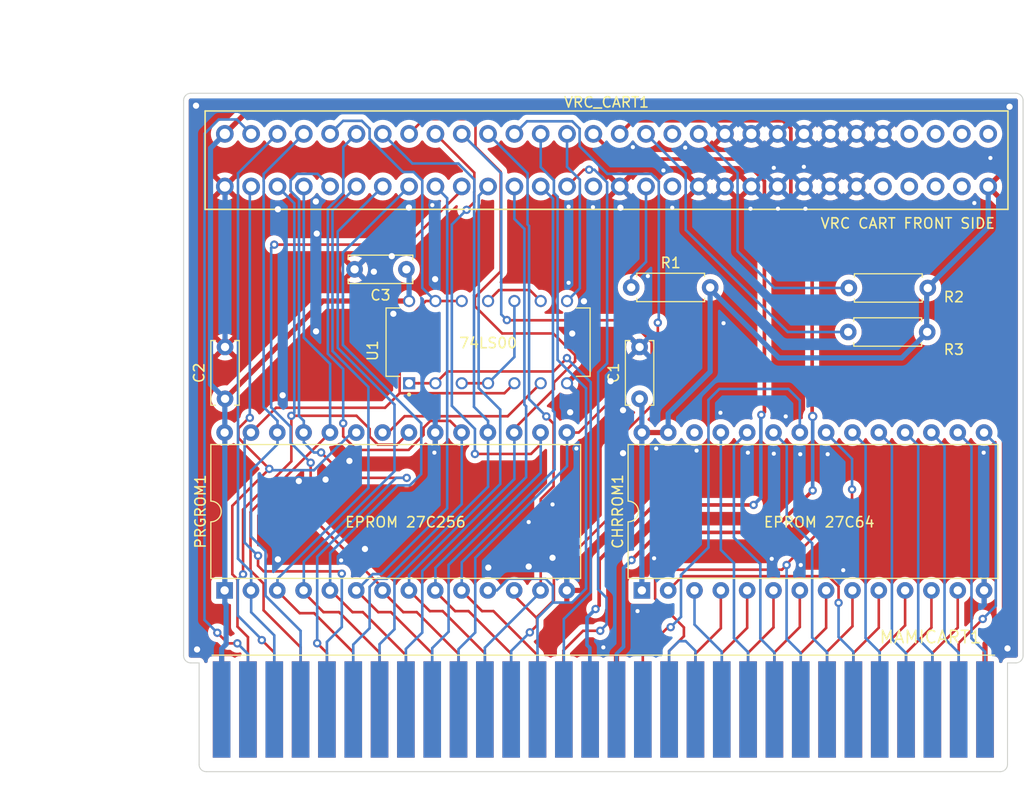
<source format=kicad_pcb>
(kicad_pcb (version 20221018) (generator pcbnew)
  (layers (0 "F.Cu" signal) (31 "B.Cu" signal) (34 "B.Paste" user) (35 "F.Paste" user) (36 "B.SilkS" user "B.Silkscreen") (37 "F.SilkS" user "F.Silkscreen") (38 "B.Mask" user) (39 "F.Mask" user) (44 "Edge.Cuts" user))
  (net 0 "")
  (net 1 "VCC")
  (net 2 "GND")
  (net 3 "PPU A12")
  (net 4 "PPU A07")
  (net 5 "PPU A06")
  (net 6 "PPU A05")
  (net 7 "PPU A04")
  (net 8 "PPU A03")
  (net 9 "PPU A02")
  (net 10 "PPU A01")
  (net 11 "PPU A00")
  (net 12 "PPU D0")
  (net 13 "PPU D1")
  (net 14 "PPU D2")
  (net 15 "PPU D3")
  (net 16 "PPU D4")
  (net 17 "PPU D5")
  (net 18 "PPU D6")
  (net 19 "PPU D7")
  (net 20 "PPU ~{A13}")
  (net 21 "PA10")
  (net 22 "PPU ~{RD}")
  (net 23 "PPU A11")
  (net 24 "PPU A09")
  (net 25 "PPU A08")
  (net 27 "CPU R{slash}~{W}")
  (net 28 "~{IRQ}")
  (net 29 "Net-(VRC_CART1-Pin_49)")
  (net 30 "CPU A11")
  (net 31 "CPU A10")
  (net 32 "CPU A09")
  (net 33 "CPU A08")
  (net 34 "CPU A07")
  (net 35 "CPU A06")
  (net 36 "CPU A05")
  (net 37 "CPU A04")
  (net 38 "CPU A03")
  (net 39 "CPU A02")
  (net 40 "CPU A01")
  (net 41 "CPU A00")
  (net 42 "CPU A12")
  (net 43 "CPU A13")
  (net 44 "CPU A14")
  (net 45 "CPU D7")
  (net 46 "CPU D6")
  (net 47 "CPU D5")
  (net 48 "CPU D4")
  (net 49 "CPU D3")
  (net 50 "CPU D2")
  (net 51 "CPU D1")
  (net 52 "CPU D0")
  (net 53 "SOUND IN")
  (net 54 "SOUND OUT")
  (net 55 "PPU ~{WR}")
  (net 56 "~{IN_ROMSEL}")
  (net 57 "Net-(VRC_CART1-Pin_17)")
  (net 64 "PPU A13")
  (net 65 "Net-(VRC_CART1-Pin_47)")
  (net 71 "~{OUT_ROMSEL}")
  (net 72 "Net-(U1-Pad10)")
  (net 73 "Net-(U1-Pad11)")
  (net 74 "CLK")
  (net 75 "~{ROMSEL}(~{A15}+~{CLK})")
  (footprint "Package_DIP:DIP-28_W15.24mm" (layer "F.Cu") (at 152.12 120.2898 90)
    (fp_text reference "CHRROM1")
    (fp_text value "2764")
  )
  (footprint "Library:NES-CART-CONN_2" (layer "F.Cu") (at 148.71 78.7498)
    (fp_text reference "VRC_CART1")
    (fp_text value "Conn_02x30_Top_Bottom")
  )
  (footprint "Resistor_THT:R_Axial_DIN0207_L6.3mm_D2.5mm_P7.62mm_Horizontal" (layer "F.Cu") (at 179.65 95.3398 180)
    (fp_text reference "R3")
    (fp_text value "10k")
  )
  (footprint "SN74LS00NE4:DIP794W45P254L1969H508Q14" (layer "F.Cu") (at 137.28 96.3198 90)
    (fp_text reference "U1")
    (fp_text value "74LS00")
  )
  (footprint "Capacitor_THT:C_Disc_D6.0mm_W2.5mm_P5.00mm" (layer "F.Cu") (at 151.9 101.7898 90)
    (fp_text reference "C1")
    (fp_text value "0.1u")
  )
  (footprint "Resistor_THT:R_Axial_DIN0207_L6.3mm_D2.5mm_P7.62mm_Horizontal" (layer "F.Cu") (at 179.71 91.0898 180)
    (fp_text reference "R2")
    (fp_text value "10k")
  )
  (footprint "Capacitor_THT:C_Disc_D6.0mm_W2.5mm_P5.00mm" (layer "F.Cu") (at 111.9 101.7898 90)
    (fp_text reference "C2")
    (fp_text value "0.1u")
  )
  (footprint "Package_DIP:DIP-28_W15.24mm" (layer "F.Cu") (at 111.86 120.2898 90)
    (fp_text reference "PRGROM1")
    (fp_text value "27256")
  )
  (footprint "Library:FC_cardedge_60p" (layer "F.Cu") (at 148.4 131.7898)
    (fp_text reference "MAMICART1")
    (fp_text value "Conn_02x30_Top_Bottom")
  )
  (footprint "Resistor_THT:R_Axial_DIN0207_L6.3mm_D2.5mm_P7.62mm_Horizontal" (layer "F.Cu") (at 151.09 91.0398)
    (fp_text reference "R1")
    (fp_text value "10k")
  )
  (footprint "Capacitor_THT:C_Disc_D6.0mm_W2.5mm_P5.00mm" (layer "F.Cu") (at 129.4 89.2898 180)
    (fp_text reference "C3")
    (fp_text value "0.1u")
  )
  (gr_arc (start 188.9 126.582694) (mid 188.695 127.0848) (end 188.192894 127.2898) (stroke (width 0.1)) (layer "Edge.Cuts"))
  (gr_arc (start 107.9 72.996906) (mid 108.105 72.4948) (end 108.607106 72.2898) (stroke (width 0.1)) (layer "Edge.Cuts"))
  (gr_line (start 108.607106 127.2898) (end 109.4 127.2898) (stroke (width 0.1)) (layer "Edge.Cuts"))
  (gr_arc (start 110.107106 137.7898) (mid 109.597163 137.592637) (end 109.4 137.082694) (stroke (width 0.1)) (layer "Edge.Cuts"))
  (gr_line (start 110.107106 137.7898) (end 186.692894 137.7898) (stroke (width 0.1)) (layer "Edge.Cuts"))
  (gr_line (start 107.9 72.996906) (end 107.9 126.582694) (stroke (width 0.1)) (layer "Edge.Cuts"))
  (gr_arc (start 187.4 137.082694) (mid 187.195 137.5848) (end 186.692894 137.7898) (stroke (width 0.1)) (layer "Edge.Cuts"))
  (gr_arc (start 108.607106 127.2898) (mid 108.105 127.0848) (end 107.9 126.582694) (stroke (width 0.1)) (layer "Edge.Cuts"))
  (gr_arc (start 188.192894 72.2898) (mid 188.695 72.4948) (end 188.9 72.996906) (stroke (width 0.1)) (layer "Edge.Cuts"))
  (gr_line (start 109.4 127.2898) (end 109.4 137.082694) (stroke (width 0.1)) (layer "Edge.Cuts"))
  (gr_line (start 187.4 127.2898) (end 188.192894 127.2898) (stroke (width 0.1)) (layer "Edge.Cuts"))
  (gr_line (start 188.192894 72.2898) (end 108.607106 72.2898) (stroke (width 0.1)) (layer "Edge.Cuts"))
  (gr_line (start 188.9 126.582694) (end 188.9 72.996906) (stroke (width 0.1)) (layer "Edge.Cuts"))
  (gr_line (start 187.4 137.082694) (end 187.4 127.2898) (stroke (width 0.1)) (layer "Edge.Cuts"))
  (gr_text "EPROM 27C256" (at 123.4 114.2898) (layer "F.SilkS") (effects (font (size 1 1)) (justify left bottom)))
  (gr_text "74LS00" (at 134.4 96.9898) (layer "F.SilkS") (effects (font (size 1 1)) (justify left bottom)))
  (gr_text "EPROM 27C64" (at 163.8 114.2898) (layer "F.SilkS") (effects (font (size 1 1)) (justify left bottom)))
  (gr_text "VRC CART FRONT SIDE" (at 169.275 85.4398) (layer "F.SilkS") (effects (font (size 1 1)) (justify left bottom)))
  (segment (start 185.23 131.7898) (end 185.23 125.4498) (width 0.5) (layer "F.Cu") (net 1))
  (segment (start 129.66 92.3498) (end 121.34 92.3498) (width 0.5) (layer "F.Cu") (net 1))
  (segment (start 187.1 123.5798) (end 187.1 82.8498) (width 0.5) (layer "F.Cu") (net 1))
  (segment (start 121.34 92.3498) (end 111.9 101.7898) (width 0.5) (layer "F.Cu") (net 1))
  (segment (start 154.66 105.0498) (end 152.12 105.0498) (width 0.5) (layer "F.Cu") (net 1))
  (segment (start 185.54 81.2898) (end 187.2 79.6298) (width 0.5) (layer "F.Cu") (net 1))
  (segment (start 114.1 73.9898) (end 111.88 76.2098) (width 0.5) (layer "F.Cu") (net 1))
  (segment (start 187.2 79.6298) (end 187.2 75.4898) (width 0.5) (layer "F.Cu") (net 1))
  (segment (start 187.2 75.4898) (end 185.7 73.9898) (width 0.5) (layer "F.Cu") (net 1))
  (segment (start 185.23 125.4498) (end 187.1 123.5798) (width 0.5) (layer "F.Cu") (net 1))
  (segment (start 187.1 82.8498) (end 185.54 81.2898) (width 0.5) (layer "F.Cu") (net 1))
  (segment (start 185.7 73.9898) (end 114.1 73.9898) (width 0.5) (layer "F.Cu") (net 1))
  (segment (start 111.57 125.9198) (end 112.005 125.4848) (width 0.5) (layer "B.Cu") (net 1))
  (segment (start 154.66 103.2298) (end 154.66 105.0498) (width 0.5) (layer "B.Cu") (net 1))
  (segment (start 158.71 91.1998) (end 158.71 99.1798) (width 0.5) (layer "B.Cu") (net 1))
  (segment (start 151.9 101.7898) (end 152.12 102.0098) (width 0.5) (layer "B.Cu") (net 1))
  (segment (start 111.9 101.7898) (end 110.4998 100.3896) (width 0.5) (layer "B.Cu") (net 1))
  (segment (start 179.6 95.4398) (end 177.2 97.8398) (width 0.5) (layer "B.Cu") (net 1))
  (segment (start 152.12 102.0098) (end 152.12 105.0498) (width 0.5) (layer "B.Cu") (net 1))
  (segment (start 111.88 101.8098) (end 111.9 101.7898) (width 0.5) (layer "B.Cu") (net 1))
  (segment (start 152.12 120.2898) (end 152.12 105.0498) (width 0.5) (layer "B.Cu") (net 1))
  (segment (start 129.66 89.5498) (end 129.66 92.3498) (width 0.5) (layer "B.Cu") (net 1))
  (segment (start 165.35 97.8398) (end 158.71 91.1998) (width 0.5) (layer "B.Cu") (net 1))
  (segment (start 111.88 121.5399) (end 111.88 101.8098) (width 0.5) (layer "B.Cu") (net 1))
  (segment (start 112.005 121.6649) (end 111.88 121.5399) (width 0.5) (layer "B.Cu") (net 1))
  (segment (start 110.4998 77.59) (end 111.88 76.2098) (width 0.5) (layer "B.Cu") (net 1))
  (segment (start 112.005 125.4848) (end 112.005 121.6649) (width 0.5) (layer "B.Cu") (net 1))
  (segment (start 185.54 85.1998) (end 179.6 91.1398) (width 0.5) (layer "B.Cu") (net 1))
  (segment (start 111.57 131.7898) (end 111.57 125.9198) (width 0.5) (layer "B.Cu") (net 1))
  (segment (start 177.2 97.8398) (end 165.35 97.8398) (width 0.5) (layer "B.Cu") (net 1))
  (segment (start 185.54 81.2898) (end 185.54 85.1998) (width 0.5) (layer "B.Cu") (net 1))
  (segment (start 110.4998 100.3896) (end 110.4998 77.59) (width 0.5) (layer "B.Cu") (net 1))
  (segment (start 179.6 91.1398) (end 179.6 95.4398) (width 0.5) (layer "B.Cu") (net 1))
  (segment (start 158.71 99.1798) (end 154.66 103.2298) (width 0.5) (layer "B.Cu") (net 1))
  (segment (start 129.4 89.2898) (end 129.66 89.5498) (width 0.5) (layer "B.Cu") (net 1))
  (via (at 145.05 90.5898) (size 0.8) (drill 0.4) (layers "F.Cu" "B.Cu") (net 2))
  (via (at 145.8 106.5898) (size 0.8) (drill 0.4) (layers "F.Cu" "B.Cu") (net 2))
  (via (at 132.17 90.2398) (size 1) (drill 0.6) (layers "F.Cu" "B.Cu") (net 2))
  (via (at 167.45 117.8398) (size 0.8) (drill 0.4) (layers "F.Cu" "B.Cu") (net 2))
  (via (at 145.05 83.2398) (size 0.8) (drill 0.4) (layers "F.Cu" "B.Cu") (net 2))
  (via (at 126.26 89.5198) (size 1) (drill 0.6) (layers "F.Cu" "B.Cu") (net 2))
  (via (at 184.2 82.8898) (size 0.8) (drill 0.4) (layers "F.Cu" "B.Cu") (net 2))
  (via (at 165.25 83.4398) (size 0.8) (drill 0.4) (layers "F.Cu" "B.Cu") (net 2))
  (via (at 166 103.4898) (size 0.8) (drill 0.4) (layers "F.Cu" "B.Cu") (net 2))
  (via (at 162.35 106.9898) (size 0.8) (drill 0.4) (layers "F.Cu" "B.Cu") (net 2))
  (via (at 125.4 116.2898) (size 1) (drill 0.6) (layers "F.Cu" "B.Cu") (net 2))
  (via (at 141.2 117.9898) (size 1) (drill 0.6) (layers "F.Cu" "B.Cu") (net 2))
  (via (at 123.9 107.7898) (size 1) (drill 0.6) (layers "F.Cu" "B.Cu") (net 2))
  (via (at 117 83.4898) (size 1) (drill 0.6) (layers "F.Cu" "B.Cu") (net 2))
  (via (at 151.7 122.2898) (size 0.8) (drill 0.4) (layers "F.Cu" "B.Cu") (net 2))
  (via (at 164.85 79.4898) (size 0.8) (drill 0.4) (layers "F.Cu" "B.Cu") (net 2))
  (via (at 109.1 73.4898) (size 1) (drill 0.6) (layers "F.Cu" "B.Cu") (net 2))
  (via (at 159.7 103.1398) (size 0.8) (drill 0.4) (layers "F.Cu" "B.Cu") (net 2))
  (via (at 149.1 100.0898) (size 1) (drill 0.6) (layers "F.Cu" "B.Cu") (net 2))
  (via (at 132.1 106.9898) (size 0.8) (drill 0.4) (layers "F.Cu" "B.Cu") (net 2))
  (via (at 120.68 95.2798) (size 1) (drill 0.6) (layers "F.Cu" "B.Cu") (net 2))
  (via (at 155.05 83.3398) (size 0.8) (drill 0.4) (layers "F.Cu" "B.Cu") (net 2))
  (via (at 120.75 85.8398) (size 1) (drill 0.6) (layers "F.Cu" "B.Cu") (net 2))
  (via (at 127.99 88.0198) (size 1) (drill 0.6) (layers "F.Cu" "B.Cu") (net 2))
  (via (at 121.6 109.5898) (size 1) (drill 0.6) (layers "F.Cu" "B.Cu") (net 2))
  (via (at 171.55 118.3398) (size 0.8) (drill 0.4) (layers "F.Cu" "B.Cu") (net 2))
  (via (at 129.64 83.3298) (size 1) (drill 0.6) (layers "F.Cu" "B.Cu") (net 2))
  (via (at 154.2 79.7398) (size 0.8) (drill 0.4) (layers "F.Cu" "B.Cu") (net 2))
  (via (at 167.4 107.1398) (size 0.8) (drill 0.4) (layers "F.Cu" "B.Cu") (net 2))
  (via (at 119.02 109.7298) (size 1) (drill 0.6) (layers "F.Cu" "B.Cu") (net 2))
  (via (at 170.05 107.1398) (size 0.8) (drill 0.4) (layers "F.Cu" "B.Cu") (net 2))
  (via (at 185.75 78.5398) (size 0.8) (drill 0.4) (layers "F.Cu" "B.Cu") (net 2))
  (via (at 153.5 106.5898) (size 0.8) (drill 0.4) (layers "F.Cu" "B.Cu") (net 2))
  (via (at 109.2 125.9898) (size 1) (drill 0.6) (layers "F.Cu" "B.Cu") (net 2))
  (via (at 164.85 107.0898) (size 0.8) (drill 0.4) (layers "F.Cu" "B.Cu") (net 2))
  (via (at 164.65 117.2398) (size 0.8) (drill 0.4) (layers "F.Cu" "B.Cu") (net 2))
  (via (at 147.4 83.2898) (size 0.8) (drill 0.4) (layers "F.Cu" "B.Cu") (net 2))
  (via (at 187.4 125.8898) (size 1) (drill 0.6) (layers "F.Cu" "B.Cu") (net 2))
  (via (at 148.4 125.7898) (size 0.8) (drill 0.4) (layers "F.Cu" "B.Cu") (net 2))
  (via (at 141.2 113.6898) (size 0.8) (drill 0.4) (layers "F.Cu" "B.Cu") (net 2))
  (via (at 156.3 77.5398) (size 0.8) (drill 0.4) (layers "F.Cu" "B.Cu") (net 2))
  (via (at 123.1 117.3898) (size 0.8) (drill 0.4) (layers "F.Cu" "B.Cu") (net 2))
  (via (at 150.05 83.3398) (size 1) (drill 0.6) (layers "F.Cu" "B.Cu") (net 2))
  (via (at 146.53 92.3698) (size 1) (drill 0.6) (layers "F.Cu" "B.Cu") (net 2))
  (via (at 150.3 102.8898) (size 1) (drill 0.6) (layers "F.Cu" "B.Cu") (net 2))
  (via (at 137.3 118.0898) (size 1) (drill 0.6) (layers "F.Cu" "B.Cu") (net 2))
  (via (at 128.14 93.5798) (size 1) (drill 0.6) (layers "F.Cu" "B.Cu") (net 2))
  (via (at 151.25 77.4898) (size 0.8) (drill 0.4) (layers "F.Cu" "B.Cu") (net 2))
  (via (at 145.4 95.4898) (size 1) (drill 0.6) (layers "F.Cu" "B.Cu") (net 2))
  (via (at 162.6 83.4398) (size 0.8) (drill 0.4) (layers "F.Cu" "B.Cu") (net 2))
  (via (at 185.1 106.9898) (size 0.8) (drill 0.4) (layers "F.Cu" "B.Cu") (net 2))
  (via (at 117.46 101.4498) (size 1) (drill 0.6) (layers "F.Cu" "B.Cu") (net 2))
  (via (at 143.5 111.9898) (size 0.8) (drill 0.4) (layers "F.Cu" "B.Cu") (net 2))
  (via (at 143.5 117.1398) (size 1) (drill 0.6) (layers "F.Cu" "B.Cu") (net 2))
  (via (at 131.9 83.0898) (size 0.8) (drill 0.4) (layers "F.Cu" "B.Cu") (net 2))
  (via (at 187.6 73.5898) (size 1) (drill 0.6) (layers "F.Cu" "B.Cu") (net 2))
  (via (at 167.9 83.4398) (size 0.8) (drill 0.4) (layers "F.Cu" "B.Cu") (net 2))
  (via (at 157.4 106.7898) (size 0.8) (drill 0.4) (layers "F.Cu" "B.Cu") (net 2))
  (via (at 160 94.4898) (size 0.8) (drill 0.4) (layers "F.Cu" "B.Cu") (net 2))
  (via (at 117 117.2898) (size 1) (drill 0.6) (layers "F.Cu" "B.Cu") (net 2))
  (via (at 145.2 103.0898) (size 1) (drill 0.6) (layers "F.Cu" "B.Cu") (net 2))
  (via (at 152.7 89.9398) (size 0.8) (drill 0.4) (layers "F.Cu" "B.Cu") (net 2))
  (via (at 120.66 82.7398) (size 1) (drill 0.6) (layers "F.Cu" "B.Cu") (net 2))
  (via (at 153.3 117.1898) (size 0.8) (drill 0.4) (layers "F.Cu" "B.Cu") (net 2))
  (via (at 150.3 107.0398) (size 1) (drill 0.6) (layers "F.Cu" "B.Cu") (net 2))
  (via (at 167.75 79.3898) (size 0.8) (drill 0.4) (layers "F.Cu" "B.Cu") (net 2))
  (segment (start 111.9 96.7898) (end 111.9 81.3098) (width 0.5) (layer "B.Cu") (net 2))
  (segment (start 111.9 81.3098) (end 111.88 81.2898) (width 0.5) (layer "B.Cu") (net 2))
  (segment (start 170.120991 118.9198) (end 156.03 118.9198) (width 0.25) (layer "F.Cu") (net 3))
  (segment (start 156.03 118.9198) (end 154.66 120.2898) (width 0.25) (layer "F.Cu") (net 3))
  (segment (start 171.1 119.898809) (end 170.120991 118.9198) (width 0.25) (layer "F.Cu") (net 3))
  (segment (start 171.1 121.4898) (end 171.1 119.898809) (width 0.25) (layer "F.Cu") (net 3))
  (via (at 171.1 121.4898) (size 0.8) (drill 0.4) (layers "F.Cu" "B.Cu") (net 3))
  (segment (start 171.1 124.7898) (end 172.53 126.2198) (width 0.25) (layer "B.Cu") (net 3))
  (segment (start 171.1 121.4898) (end 171.1 124.7898) (width 0.25) (layer "B.Cu") (net 3))
  (segment (start 172.53 126.2198) (end 172.53 131.7898) (width 0.25) (layer "B.Cu") (net 3))
  (segment (start 157.2 123.5898) (end 159.83 126.2198) (width 0.25) (layer "B.Cu") (net 4))
  (segment (start 157.2 120.2898) (end 157.2 123.5898) (width 0.25) (layer "B.Cu") (net 4))
  (segment (start 159.83 126.2198) (end 159.83 131.7898) (width 0.25) (layer "B.Cu") (net 4))
  (segment (start 159.74 123.9498) (end 157.29 126.3998) (width 0.25) (layer "F.Cu") (net 5))
  (segment (start 159.74 120.2898) (end 159.74 123.9498) (width 0.25) (layer "F.Cu") (net 5))
  (segment (start 157.29 126.3998) (end 157.29 131.7898) (width 0.25) (layer "F.Cu") (net 5))
  (segment (start 162.28 123.9098) (end 159.83 126.3598) (width 0.25) (layer "F.Cu") (net 6))
  (segment (start 162.28 120.2898) (end 162.28 123.9098) (width 0.25) (layer "F.Cu") (net 6))
  (segment (start 159.83 126.3598) (end 159.83 131.7898) (width 0.25) (layer "F.Cu") (net 6))
  (segment (start 162.37 126.3198) (end 162.37 131.7898) (width 0.25) (layer "F.Cu") (net 7))
  (segment (start 164.82 120.2898) (end 164.82 123.8698) (width 0.25) (layer "F.Cu") (net 7))
  (segment (start 164.82 123.8698) (end 162.37 126.3198) (width 0.25) (layer "F.Cu") (net 7))
  (segment (start 167.36 123.8298) (end 164.91 126.2798) (width 0.25) (layer "F.Cu") (net 8))
  (segment (start 164.91 126.2798) (end 164.91 131.7898) (width 0.25) (layer "F.Cu") (net 8))
  (segment (start 167.36 120.2898) (end 167.36 123.8298) (width 0.25) (layer "F.Cu") (net 8))
  (segment (start 169.9 123.9148) (end 169.9 120.2898) (width 0.25) (layer "F.Cu") (net 9))
  (segment (start 167.45 131.7898) (end 167.45 126.3648) (width 0.25) (layer "F.Cu") (net 9))
  (segment (start 167.45 126.3648) (end 169.9 123.9148) (width 0.25) (layer "F.Cu") (net 9))
  (segment (start 172.44 120.2898) (end 172.44 123.7498) (width 0.25) (layer "F.Cu") (net 10))
  (segment (start 169.99 126.1998) (end 169.99 131.7898) (width 0.25) (layer "F.Cu") (net 10))
  (segment (start 172.44 123.7498) (end 169.99 126.1998) (width 0.25) (layer "F.Cu") (net 10))
  (segment (start 172.53 126.3473) (end 172.53 131.7898) (width 0.25) (layer "F.Cu") (net 11))
  (segment (start 174.98 123.8973) (end 172.53 126.3473) (width 0.25) (layer "F.Cu") (net 11))
  (segment (start 174.98 120.2898) (end 174.98 123.8973) (width 0.25) (layer "F.Cu") (net 11))
  (segment (start 175.07 126.1198) (end 175.07 131.7898) (width 0.25) (layer "F.Cu") (net 12))
  (segment (start 177.52 123.6698) (end 175.07 126.1198) (width 0.25) (layer "F.Cu") (net 12))
  (segment (start 177.52 120.2898) (end 177.52 123.6698) (width 0.25) (layer "F.Cu") (net 12))
  (segment (start 180.06 123.8798) (end 177.61 126.3298) (width 0.25) (layer "F.Cu") (net 13))
  (segment (start 177.61 126.3298) (end 177.61 131.7898) (width 0.25) (layer "F.Cu") (net 13))
  (segment (start 180.06 120.2898) (end 180.06 123.8798) (width 0.25) (layer "F.Cu") (net 13))
  (segment (start 182.6 120.2898) (end 182.6 123.8898) (width 0.25) (layer "F.Cu") (net 14))
  (segment (start 180.15 126.3398) (end 180.15 131.7898) (width 0.25) (layer "F.Cu") (net 14))
  (segment (start 182.6 123.8898) (end 180.15 126.3398) (width 0.25) (layer "F.Cu") (net 14))
  (segment (start 185.01 123.0498) (end 182.69 125.3698) (width 0.25) (layer "F.Cu") (net 15))
  (segment (start 182.69 125.3698) (end 182.69 131.7898) (width 0.25) (layer "F.Cu") (net 15))
  (via (at 185.01 123.0498) (size 0.8) (drill 0.4) (layers "F.Cu" "B.Cu") (net 15))
  (segment (start 186.2714 121.7884) (end 186.2714 106.1812) (width 0.25) (layer "B.Cu") (net 15))
  (segment (start 186.2714 106.1812) (end 185.14 105.0498) (width 0.25) (layer "B.Cu") (net 15))
  (segment (start 185.01 123.0498) (end 186.2714 121.7884) (width 0.25) (layer "B.Cu") (net 15))
  (segment (start 185.23 126.2198) (end 185.23 131.7898) (width 0.25) (layer "B.Cu") (net 16))
  (segment (start 183.9244 124.9142) (end 185.23 126.2198) (width 0.25) (layer "B.Cu") (net 16))
  (segment (start 183.9244 106.3742) (end 183.9244 124.9142) (width 0.25) (layer "B.Cu") (net 16))
  (segment (start 182.6 105.0498) (end 183.9244 106.3742) (width 0.25) (layer "B.Cu") (net 16))
  (segment (start 181.3252 124.93245) (end 182.69 126.29725) (width 0.25) (layer "B.Cu") (net 17))
  (segment (start 182.69 126.29725) (end 182.69 131.7898) (width 0.25) (layer "B.Cu") (net 17))
  (segment (start 180.06 105.0498) (end 180.06 105.0998) (width 0.25) (layer "B.Cu") (net 17))
  (segment (start 180.06 105.0998) (end 181.3252 106.365) (width 0.25) (layer "B.Cu") (net 17))
  (segment (start 181.3252 106.365) (end 181.3252 124.93245) (width 0.25) (layer "B.Cu") (net 17))
  (segment (start 178.7852 124.975) (end 180.15 126.3398) (width 0.25) (layer "B.Cu") (net 18))
  (segment (start 178.7852 106.295) (end 178.7852 124.975) (width 0.25) (layer "B.Cu") (net 18))
  (segment (start 180.15 126.3398) (end 180.15 131.7898) (width 0.25) (layer "B.Cu") (net 18))
  (segment (start 177.54 105.0498) (end 178.7852 106.295) (width 0.25) (layer "B.Cu") (net 18))
  (segment (start 177.52 105.0498) (end 177.54 105.0498) (width 0.25) (layer "B.Cu") (net 18))
  (segment (start 176.2452 124.99245) (end 177.61 126.35725) (width 0.25) (layer "B.Cu") (net 19))
  (segment (start 177.61 126.35725) (end 177.61 131.7898) (width 0.25) (layer "B.Cu") (net 19))
  (segment (start 174.98 105.0498) (end 176.2452 106.315) (width 0.25) (layer "B.Cu") (net 19))
  (segment (start 176.2452 106.315) (end 176.2452 124.99245) (width 0.25) (layer "B.Cu") (net 19))
  (segment (start 155.7 125.1898) (end 156.35 125.1898) (width 0.25) (layer "B.Cu") (net 20))
  (segment (start 154.75 131.7898) (end 154.75 126.1398) (width 0.25) (layer "B.Cu") (net 20))
  (segment (start 154.75 126.1398) (end 155.7 125.1898) (width 0.25) (layer "B.Cu") (net 20))
  (segment (start 157.29 126.1298) (end 157.29 131.7898) (width 0.25) (layer "B.Cu") (net 20))
  (segment (start 156.35 125.1898) (end 157.29 126.1298) (width 0.25) (layer "B.Cu") (net 20))
  (segment (start 156.175 123.8648) (end 156.175 124.7148) (width 0.25) (layer "F.Cu") (net 21))
  (segment (start 153.4 121.0898) (end 156.175 123.8648) (width 0.25) (layer "F.Cu") (net 21))
  (segment (start 166.0852 117.8398) (end 166.0852 117.7546) (width 0.25) (layer "F.Cu") (net 21))
  (segment (start 154.15 118.2898) (end 153.4 119.0398) (width 0.25) (layer "F.Cu") (net 21))
  (segment (start 166.0852 117.8398) (end 165.6352 118.2898) (width 0.25) (layer "F.Cu") (net 21))
  (segment (start 154.75 126.1398) (end 154.75 131.7898) (width 0.25) (layer "F.Cu") (net 21))
  (segment (start 166.0852 117.7546) (end 172.4 111.4398) (width 0.25) (layer "F.Cu") (net 21))
  (segment (start 156.175 124.7148) (end 154.75 126.1398) (width 0.25) (layer "F.Cu") (net 21))
  (segment (start 165.6352 118.2898) (end 154.15 118.2898) (width 0.25) (layer "F.Cu") (net 21))
  (segment (start 153.4 119.0398) (end 153.4 121.0898) (width 0.25) (layer "F.Cu") (net 21))
  (segment (start 172.4 111.4398) (end 172.4 110.5398) (width 0.25) (layer "F.Cu") (net 21))
  (via (at 166.0852 117.8398) (size 0.8) (drill 0.4) (layers "F.Cu" "B.Cu") (net 21))
  (via (at 172.4 110.5398) (size 0.8) (drill 0.4) (layers "F.Cu" "B.Cu") (net 21))
  (segment (start 167.45 126.3398) (end 167.45 131.7898) (width 0.25) (layer "B.Cu") (net 21))
  (segment (start 169.9 105.0898) (end 169.9 105.0498) (width 0.25) (layer "B.Cu") (net 21))
  (segment (start 166.0852 117.8398) (end 166.0852 124.975) (width 0.25) (layer "B.Cu") (net 21))
  (segment (start 172.4 110.5398) (end 172.4 107.5898) (width 0.25) (layer "B.Cu") (net 21))
  (segment (start 166.0852 124.975) (end 167.45 126.3398) (width 0.25) (layer "B.Cu") (net 21))
  (segment (start 172.4 107.5898) (end 169.9 105.0898) (width 0.25) (layer "B.Cu") (net 21))
  (segment (start 152.21 126.2798) (end 152.21 131.7898) (width 0.25) (layer "F.Cu") (net 22))
  (segment (start 154.9 123.8398) (end 154.65 123.8398) (width 0.25) (layer "F.Cu") (net 22))
  (segment (start 154.65 123.8398) (end 152.21 126.2798) (width 0.25) (layer "F.Cu") (net 22))
  (via (at 154.9 123.8398) (size 0.8) (drill 0.4) (layers "F.Cu" "B.Cu") (net 22))
  (segment (start 158.5439 116.1459) (end 158.5439 101.8959) (width 0.25) (layer "B.Cu") (net 22))
  (segment (start 155.8952 122.8446) (end 155.8952 118.7946) (width 0.25) (layer "B.Cu") (net 22))
  (segment (start 167.36 101.9498) (end 167.36 105.0498) (width 0.25) (layer "B.Cu") (net 22))
  (segment (start 159.6 100.8398) (end 166.25 100.8398) (width 0.25) (layer "B.Cu") (net 22))
  (segment (start 158.5439 101.8959) (end 159.6 100.8398) (width 0.25) (layer "B.Cu") (net 22))
  (segment (start 166.25 100.8398) (end 167.36 101.9498) (width 0.25) (layer "B.Cu") (net 22))
  (segment (start 154.9 123.8398) (end 155.8952 122.8446) (width 0.25) (layer "B.Cu") (net 22))
  (segment (start 155.8952 118.7946) (end 158.5439 116.1459) (width 0.25) (layer "B.Cu") (net 22))
  (segment (start 166.1 113.2898) (end 168.55 115.7398) (width 0.25) (layer "B.Cu") (net 23))
  (segment (start 168.55 115.7398) (end 168.55 124.8398) (width 0.25) (layer "B.Cu") (net 23))
  (segment (start 166.1 106.3298) (end 166.1 113.2898) (width 0.25) (layer "B.Cu") (net 23))
  (segment (start 169.99 126.2798) (end 169.99 131.7898) (width 0.25) (layer "B.Cu") (net 23))
  (segment (start 164.82 105.0498) (end 166.1 106.3298) (width 0.25) (layer "B.Cu") (net 23))
  (segment (start 168.55 124.8398) (end 169.99 126.2798) (width 0.25) (layer "B.Cu") (net 23))
  (segment (start 164.91 126.2998) (end 164.91 131.7898) (width 0.25) (layer "B.Cu") (net 24))
  (segment (start 163.55 117.7398) (end 163.55 124.9398) (width 0.25) (layer "B.Cu") (net 24))
  (segment (start 163.55 124.9398) (end 164.91 126.2998) (width 0.25) (layer "B.Cu") (net 24))
  (segment (start 162.28 105.0498) (end 161 106.3298) (width 0.25) (layer "B.Cu") (net 24))
  (segment (start 161 115.1898) (end 163.55 117.7398) (width 0.25) (layer "B.Cu") (net 24))
  (segment (start 161 106.3298) (end 161 115.1898) (width 0.25) (layer "B.Cu") (net 24))
  (segment (start 162.37 126.2598) (end 162.37 131.7898) (width 0.25) (layer "B.Cu") (net 25))
  (segment (start 161.0052 117.645) (end 161.0052 124.895) (width 0.25) (layer "B.Cu") (net 25))
  (segment (start 159.74 105.0498) (end 159.74 116.3798) (width 0.25) (layer "B.Cu") (net 25))
  (segment (start 159.74 116.3798) (end 161.0052 117.645) (width 0.25) (layer "B.Cu") (net 25))
  (segment (start 161.0052 124.895) (end 162.37 126.2598) (width 0.25) (layer "B.Cu") (net 25))
  (segment (start 144.55 131.7498) (end 144.59 131.7898) (width 0.25) (layer "F.Cu") (net 27))
  (segment (start 144.55 126.0898) (end 144.55 131.7498) (width 0.25) (layer "F.Cu") (net 27))
  (segment (start 146.52 79.6698) (end 144.9 81.2898) (width 0.25) (layer "F.Cu") (net 27))
  (segment (start 147.03 79.6698) (end 146.52 79.6698) (width 0.25) (layer "F.Cu") (net 27))
  (segment (start 148.1 124.1898) (end 146.45 124.1898) (width 0.25) (layer "F.Cu") (net 27))
  (segment (start 146.45 124.1898) (end 144.55 126.0898) (width 0.25) (layer "F.Cu") (net 27))
  (via (at 148.1 124.1898) (size 0.8) (drill 0.4) (layers "F.Cu" "B.Cu") (net 27))
  (via (at 147.03 79.6698) (size 0.8) (drill 0.4) (layers "F.Cu" "B.Cu") (net 27))
  (segment (start 148.7095 120.9993) (end 147.9 120.1898) (width 0.25) (layer "B.Cu") (net 27))
  (segment (start 148.1 124.1898) (end 148.7095 123.5803) (width 0.25) (layer "B.Cu") (net 27))
  (segment (start 147.9 99.228527) (end 148.766 98.362527) (width 0.25) (layer "B.Cu") (net 27))
  (segment (start 147.536856 79.6698) (end 147.03 79.6698) (width 0.25) (layer "B.Cu") (net 27))
  (segment (start 148.766 80.898944) (end 147.536856 79.6698) (width 0.25) (layer "B.Cu") (net 27))
  (segment (start 147.9 120.1898) (end 147.9 99.228527) (width 0.25) (layer "B.Cu") (net 27))
  (segment (start 148.7095 123.5803) (end 148.7095 120.9993) (width 0.25) (layer "B.Cu") (net 27))
  (segment (start 148.766 98.362527) (end 148.766 80.898944) (width 0.25) (layer "B.Cu") (net 27))
  (segment (start 164.9 91.0898) (end 172.09 91.0898) (width 0.25) (layer "B.Cu") (net 29))
  (segment (start 157.6 76.2098) (end 161.354 79.9638) (width 0.25) (layer "B.Cu") (net 29))
  (segment (start 161.354 79.9638) (end 161.354 87.5438) (width 0.25) (layer "B.Cu") (net 29))
  (segment (start 161.354 87.5438) (end 164.9 91.0898) (width 0.25) (layer "B.Cu") (net 29))
  (segment (start 114.11 131.7898) (end 114.11 124.7998) (width 0.25) (layer "F.Cu") (net 30))
  (segment (start 114.11 124.7998) (end 113.1 123.7898) (width 0.25) (layer "F.Cu") (net 30))
  (segment (start 116.1696 108.5542) (end 113.2 105.5846) (width 0.25) (layer "F.Cu") (net 30))
  (segment (start 112.6 112.1238) (end 116.1696 108.5542) (width 0.25) (layer "F.Cu") (net 30))
  (segment (start 113.1 119.2261) (end 112.6 118.7261) (width 0.25) (layer "F.Cu") (net 30))
  (segment (start 113.2 104.6407) (end 114.2136 103.6271) (width 0.25) (layer "F.Cu") (net 30))
  (segment (start 113.2 105.5846) (end 113.2 104.6407) (width 0.25) (layer "F.Cu") (net 30))
  (segment (start 114.2136 103.6271) (end 114.2922 103.6271) (width 0.25) (layer "F.Cu") (net 30))
  (segment (start 113.1 123.7898) (end 113.1 119.2261) (width 0.25) (layer "F.Cu") (net 30))
  (segment (start 112.6 118.7261) (end 112.6 112.1238) (width 0.25) (layer "F.Cu") (net 30))
  (via (at 114.2922 103.6271) (size 0.8) (drill 0.4) (layers "F.Cu" "B.Cu") (net 30))
  (via (at 116.1696 108.5542) (size 0.8) (drill 0.4) (layers "F.Cu" "B.Cu") (net 30))
  (segment (start 124.14 105.0498) (end 124.58 105.0498) (width 0.25) (layer "B.Cu") (net 30))
  (segment (start 114.42 81.2898) (end 114.2922 81.4176) (width 0.25) (layer "B.Cu") (net 30))
  (segment (start 122.9 106.2898) (end 124.14 105.0498) (width 0.25) (layer "B.Cu") (net 30))
  (segment (start 114.2922 81.4176) (end 114.2922 103.6271) (width 0.25) (layer "B.Cu") (net 30))
  (segment (start 120.4837 108.6848) (end 122.8787 106.2898) (width 0.25) (layer "B.Cu") (net 30))
  (segment (start 116.1696 108.5542) (end 116.3002 108.6848) (width 0.25) (layer "B.Cu") (net 30))
  (segment (start 122.8787 106.2898) (end 122.9 106.2898) (width 0.25) (layer "B.Cu") (net 30))
  (segment (start 116.3002 108.6848) (end 120.4837 108.6848) (width 0.25) (layer "B.Cu") (net 30))
  (segment (start 124.582 103.4282) (end 118.2986 103.4282) (width 0.25) (layer "F.Cu") (net 31))
  (segment (start 128.4959 106.2139) (end 126.6365 106.2139) (width 0.25) (layer "F.Cu") (net 31))
  (segment (start 118.2986 107.8241) (end 118.2986 103.4282) (width 0.25) (layer "F.Cu") (net 31))
  (segment (start 113.636916 118.736714) (end 113.6379 118.73573) (width 0.25) (layer "F.Cu") (net 31))
  (segment (start 115.45 125.0898) (end 116.65 126.2898) (width 0.25) (layer "F.Cu") (net 31))
  (segment (start 125.85 104.6962) (end 124.582 103.4282) (width 0.25) (layer "F.Cu") (net 31))
  (segment (start 126.6365 106.2139) (end 125.85 105.4274) (width 0.25) (layer "F.Cu") (net 31))
  (segment (start 113.6379 118.73573) (end 113.6379 112.4848) (width 0.25) (layer "F.Cu") (net 31))
  (segment (start 129.66 105.0498) (end 128.4959 106.2139) (width 0.25) (layer "F.Cu") (net 31))
  (segment (start 113.6379 112.4848) (end 118.2986 107.8241) (width 0.25) (layer "F.Cu") (net 31))
  (segment (start 116.65 126.2898) (end 116.65 131.7898) (width 0.25) (layer "F.Cu") (net 31))
  (segment (start 125.85 105.4274) (end 125.85 104.6962) (width 0.25) (layer "F.Cu") (net 31))
  (via (at 115.45 125.0898) (size 0.8) (drill 0.4) (layers "F.Cu" "B.Cu") (net 31))
  (via (at 118.2986 103.4282) (size 0.8) (drill 0.4) (layers "F.Cu" "B.Cu") (net 31))
  (via (at 113.636916 118.736714) (size 0.8) (drill 0.4) (layers "F.Cu" "B.Cu") (net 31))
  (segment (start 118.5838 103.143) (end 118.5838 82.9136) (width 0.25) (layer "B.Cu") (net 31))
  (segment (start 115.45 125.0398) (end 113.13 122.7198) (width 0.25) (layer "B.Cu") (net 31))
  (segment (start 113.13 122.7198) (end 113.13 119.24363) (width 0.25) (layer "B.Cu") (net 31))
  (segment (start 113.13 119.24363) (end 113.636916 118.736714) (width 0.25) (layer "B.Cu") (net 31))
  (segment (start 115.45 125.0898) (end 115.45 125.0398) (width 0.25) (layer "B.Cu") (net 31))
  (segment (start 118.5838 82.9136) (end 116.96 81.2898) (width 0.25) (layer "B.Cu") (net 31))
  (segment (start 118.2986 103.4282) (end 118.5838 103.143) (width 0.25) (layer "B.Cu") (net 31))
  (segment (start 119.19 125.7798) (end 115.62 122.2098) (width 0.25) (layer "F.Cu") (net 32))
  (segment (start 114.36 118.3698) (end 114.36 112.7298) (width 0.25) (layer "F.Cu") (net 32))
  (segment (start 115.62 119.6298) (end 114.36 118.3698) (width 0.25) (layer "F.Cu") (net 32))
  (segment (start 114.36 112.7298) (end 122.04 105.0498) (width 0.25) (layer "F.Cu") (net 32))
  (segment (start 119.19 131.7898) (end 119.19 125.7798) (width 0.25) (layer "F.Cu") (net 32))
  (segment (start 115.62 122.2098) (end 115.62 119.6298) (width 0.25) (layer "F.Cu") (net 32))
  (segment (start 119.5 95.8798) (end 122.04 98.4198) (width 0.25) (layer "B.Cu") (net 32))
  (segment (start 119.5 81.2898) (end 119.5 95.8798) (width 0.25) (layer "B.Cu") (net 32))
  (segment (start 122.04 98.4198) (end 122.04 105.0498) (width 0.25) (layer "B.Cu") (net 32))
  (segment (start 120.79 125.3898) (end 121.73 126.3298) (width 0.25) (layer "F.Cu") (net 33))
  (segment (start 129.4279 109.4247) (end 123.6153 109.4247) (width 0.25) (layer "F.Cu") (net 33))
  (segment (start 123.6153 109.4247) (end 121.1668 106.9762) (width 0.25) (layer "F.Cu") (net 33))
  (segment (start 121.73 126.3298) (end 121.73 131.7898) (width 0.25) (layer "F.Cu") (net 33))
  (via (at 121.1668 106.9762) (size 0.8) (drill 0.4) (layers "F.Cu" "B.Cu") (net 33))
  (via (at 120.79 125.3898) (size 0.8) (drill 0.4) (layers "F.Cu" "B.Cu") (net 33))
  (via (at 129.4279 109.4247) (size 0.8) (drill 0.4) (layers "F.Cu" "B.Cu") (net 33))
  (segment (start 119.0338 82.5407) (end 119.0338 103.4585) (width 0.25) (layer "B.Cu") (net 33))
  (segment (start 119.5 103.9247) (end 119.5 106.0047) (width 0.25) (layer "B.Cu") (net 33))
  (segment (start 120.4715 106.9762) (end 121.1668 106.9762) (width 0.25) (layer "B.Cu") (net 33))
  (segment (start 119.5 106.0047) (end 120.4715 106.9762) (width 0.25) (layer "B.Cu") (net 33))
  (segment (start 118.8559 80.0739) (end 118.23 80.6998) (width 0.25) (layer "B.Cu") (net 33))
  (segment (start 118.23 80.6998) (end 118.23 81.7369) (width 0.25) (layer "B.Cu") (net 33))
  (segment (start 122.04 81.2898) (end 120.8241 80.0739) (width 0.25) (layer "B.Cu") (net 33))
  (segment (start 118.23 81.7369) (end 119.0338 82.5407) (width 0.25) (layer "B.Cu") (net 33))
  (segment (start 120.8241 80.0739) (end 118.8559 80.0739) (width 0.25) (layer "B.Cu") (net 33))
  (segment (start 128.401496 109.4247) (end 129.4279 109.4247) (width 0.25) (layer "B.Cu") (net 33))
  (segment (start 120.79 117.036196) (end 128.401496 109.4247) (width 0.25) (layer "B.Cu") (net 33))
  (segment (start 120.79 125.3898) (end 120.79 117.036196) (width 0.25) (layer "B.Cu") (net 33))
  (segment (start 119.0338 103.4585) (end 119.5 103.9247) (width 0.25) (layer "B.Cu") (net 33))
  (segment (start 119.1 122.4898) (end 116.96 120.3498) (width 0.25) (layer "F.Cu") (net 34))
  (segment (start 124.27 126.2598) (end 120.5 122.4898) (width 0.25) (layer "F.Cu") (net 34))
  (segment (start 116.96 120.3498) (end 116.96 120.2898) (width 0.25) (layer "F.Cu") (net 34))
  (segment (start 120.5 122.4898) (end 119.1 122.4898) (width 0.25) (layer "F.Cu") (net 34))
  (segment (start 124.27 131.7898) (end 124.27 126.2598) (width 0.25) (layer "F.Cu") (net 34))
  (segment (start 125.7351 110.3896) (end 125.7351 100.6549) (width 0.25) (layer "B.Cu") (net 34))
  (segment (start 116.96 119.1647) (end 125.7351 110.3896) (width 0.25) (layer "B.Cu") (net 34))
  (segment (start 125.7351 100.6549) (end 122.2698 97.1896) (width 0.25) (layer "B.Cu") (net 34))
  (segment (start 122.2698 83.6) (end 124.58 81.2898) (width 0.25) (layer "B.Cu") (net 34))
  (segment (start 116.96 120.2898) (end 116.96 119.1647) (width 0.25) (layer "B.Cu") (net 34))
  (segment (start 122.2698 97.1896) (end 122.2698 83.6) (width 0.25) (layer "B.Cu") (net 34))
  (segment (start 119.5 120.4898) (end 121.4 122.3898) (width 0.25) (layer "F.Cu") (net 35))
  (segment (start 126.81 126.2998) (end 126.81 131.7898) (width 0.25) (layer "F.Cu") (net 35))
  (segment (start 119.5 120.2898) (end 119.5 120.4898) (width 0.25) (layer "F.Cu") (net 35))
  (segment (start 121.4 122.3898) (end 122.9 122.3898) (width 0.25) (layer "F.Cu") (net 35))
  (segment (start 122.9 122.3898) (end 126.81 126.2998) (width 0.25) (layer "F.Cu") (net 35))
  (segment (start 119.5 120.2898) (end 119.5 117.5298) (width 0.25) (layer "B.Cu") (net 35))
  (segment (start 128.2505 108.7793) (end 128.2505 102.3503) (width 0.25) (layer "B.Cu") (net 35))
  (segment (start 122.7733 85.6365) (end 127.12 81.2898) (width 0.25) (layer "B.Cu") (net 35))
  (segment (start 128.2505 102.3503) (end 122.7733 96.8731) (width 0.25) (layer "B.Cu") (net 35))
  (segment (start 119.5 117.5298) (end 128.2505 108.7793) (width 0.25) (layer "B.Cu") (net 35))
  (segment (start 122.7733 96.8731) (end 122.7733 85.6365) (width 0.25) (layer "B.Cu") (net 35))
  (segment (start 129.35 131.7898) (end 129.35 126.5398) (width 0.25) (layer "F.Cu") (net 36))
  (segment (start 122.1 120.2898) (end 122.04 120.2898) (width 0.25) (layer "F.Cu") (net 36))
  (segment (start 129.35 126.5398) (end 125.2 122.3898) (width 0.25) (layer "F.Cu") (net 36))
  (segment (start 125.2 122.3898) (end 124.2 122.3898) (width 0.25) (layer "F.Cu") (net 36))
  (segment (start 124.2 122.3898) (end 122.1 120.2898) (width 0.25) (layer "F.Cu") (net 36))
  (segment (start 123.2737 87.6761) (end 129.66 81.2898) (width 0.25) (layer "B.Cu") (net 36))
  (segment (start 122.04 116.6798) (end 128.5701 110.1497) (width 0.25) (layer "B.Cu") (net 36))
  (segment (start 123.2737 96.5931) (end 123.2737 87.6761) (width 0.25) (layer "B.Cu") (net 36))
  (segment (start 128.5701 110.1497) (end 129.728205 110.1497) (width 0.25) (layer "B.Cu") (net 36))
  (segment (start 122.04 120.2898) (end 122.04 116.6798) (width 0.25) (layer "B.Cu") (net 36))
  (segment (start 129.728205 110.1497) (end 130.8308 109.047105) (width 0.25) (layer "B.Cu") (net 36))
  (segment (start 130.8308 109.047105) (end 130.8308 104.1502) (width 0.25) (layer "B.Cu") (net 36))
  (segment (start 130.8308 104.1502) (end 123.2737 96.5931) (width 0.25) (layer "B.Cu") (net 36))
  (segment (start 126.68 122.3898) (end 124.58 120.2898) (width 0.25) (layer "F.Cu") (net 37))
  (segment (start 131.89 126.3798) (end 127.9 122.3898) (width 0.25) (layer "F.Cu") (net 37))
  (segment (start 131.89 131.7898) (end 131.89 126.3798) (width 0.25) (layer "F.Cu") (net 37))
  (segment (start 127.9 122.3898) (end 126.68 122.3898) (width 0.25) (layer "F.Cu") (net 37))
  (segment (start 133.3337 112.3561) (end 126.975 118.7148) (width 0.25) (layer "B.Cu") (net 37))
  (segment (start 126.155 118.7148) (end 124.58 120.2898) (width 0.25) (layer "B.Cu") (net 37))
  (segment (start 126.975 118.7148) (end 126.155 118.7148) (width 0.25) (layer "B.Cu") (net 37))
  (segment (start 132.2 81.2898) (end 133.3337 82.4235) (width 0.25) (layer "B.Cu") (net 37))
  (segment (start 133.3337 82.4235) (end 133.3337 112.3561) (width 0.25) (layer "B.Cu") (net 37))
  (segment (start 127.12 120.2898) (end 127.3491 120.2898) (width 0.25) (layer "F.Cu") (net 38))
  (segment (start 134.74 81.6498) (end 134.74 81.2898) (width 0.25) (layer "F.Cu") (net 38))
  (segment (start 116.65 86.9072) (end 129.4826 86.9072) (width 0.25) (layer "F.Cu") (net 38))
  (segment (start 127.3491 120.6389) (end 129.1 122.3898) (width 0.25) (layer "F.Cu") (net 38))
  (segment (start 130.4 122.3898) (end 134.43 126.4198) (width 0.25) (layer "F.Cu") (net 38))
  (segment (start 127.3491 120.2898) (end 127.3491 120.6389) (width 0.25) (layer "F.Cu") (net 38))
  (segment (start 129.4826 86.9072) (end 134.74 81.6498) (width 0.25) (layer "F.Cu") (net 38))
  (segment (start 127.3491 120.2898) (end 120.1601 113.1008) (width 0.25) (layer "F.Cu") (net 38))
  (segment (start 129.1 122.3898) (end 130.4 122.3898) (width 0.25) (layer "F.Cu") (net 38))
  (segment (start 134.43 126.4198) (end 134.43 131.7898) (width 0.25) (layer "F.Cu") (net 38))
  (segment (start 120.1601 113.1008) (end 120.1601 107.9597) (width 0.25) (layer "F.Cu") (net 38))
  (via (at 120.1601 107.9597) (size 0.8) (drill 0.4) (layers "F.Cu" "B.Cu") (net 38))
  (via (at 116.65 86.9072) (size 0.8) (drill 0.4) (layers "F.Cu" "B.Cu") (net 38))
  (segment (start 116.3501 87.2071) (end 116.3501 102.6224) (width 0.25) (layer "B.Cu") (net 38))
  (segment (start 118.23 106.0296) (end 120.1601 107.9597) (width 0.25) (layer "B.Cu") (net 38))
  (segment (start 116.65 86.9072) (end 116.3501 87.2071) (width 0.25) (layer "B.Cu") (net 38))
  (segment (start 118.23 104.5023) (end 118.23 106.0296) (width 0.25) (layer "B.Cu") (net 38))
  (segment (start 116.3501 102.6224) (end 118.23 104.5023) (width 0.25) (layer "B.Cu") (net 38))
  (segment (start 131.66 122.2898) (end 132.9 122.2898) (width 0.25) (layer "F.Cu") (net 39))
  (segment (start 129.66 120.2898) (end 131.66 122.2898) (width 0.25) (layer "F.Cu") (net 39))
  (segment (start 132.9 122.2898) (end 136.97 126.3598) (width 0.25) (layer "F.Cu") (net 39))
  (segment (start 136.97 126.3598) (end 136.97 131.7898) (width 0.25) (layer "F.Cu") (net 39))
  (segment (start 129.66 118.8098) (end 138.4536 110.0162) (width 0.25) (layer "B.Cu") (net 39))
  (segment (start 136.3843 91.958565) (end 136.3843 82.1855) (width 0.25) (layer "B.Cu") (net 39))
  (segment (start 138.4536 110.0162) (end 138.4536 102.8396) (width 0.25) (layer "B.Cu") (net 39))
  (segment (start 129.66 120.2898) (end 129.66 118.8098) (width 0.25) (layer "B.Cu") (net 39))
  (segment (start 136.3843 82.1855) (end 137.28 81.2898) (width 0.25) (layer "B.Cu") (net 39))
  (segment (start 136.37 91.972865) (end 136.3843 91.958565) (width 0.25) (layer "B.Cu") (net 39))
  (segment (start 138.4536 102.8396) (end 136.37 100.756) (width 0.25) (layer "B.Cu") (net 39))
  (segment (start 136.37 100.756) (end 136.37 91.972865) (width 0.25) (layer "B.Cu") (net 39))
  (segment (start 132.2 120.2898) (end 132.2 120.3898) (width 0.25) (layer "F.Cu") (net 40))
  (segment (start 132.2 120.3898) (end 134.1 122.2898) (width 0.25) (layer "F.Cu") (net 40))
  (segment (start 139.51 126.3998) (end 139.51 131.7898) (width 0.25) (layer "F.Cu") (net 40))
  (segment (start 134.1 122.2898) (end 135.4 122.2898) (width 0.25) (layer "F.Cu") (net 40))
  (segment (start 135.4 122.2898) (end 139.51 126.3998) (width 0.25) (layer "F.Cu") (net 40))
  (segment (start 140.951 109.3588) (end 132.2 118.1098) (width 0.25) (layer "B.Cu") (net 40))
  (segment (start 140.7848 85.3866) (end 140.7848 102.3495) (width 0.25) (layer "B.Cu") (net 40))
  (segment (start 139.82 84.4218) (end 140.7848 85.3866) (width 0.25) (layer "B.Cu") (net 40))
  (segment (start 132.2 118.1098) (end 132.2 120.2898) (width 0.25) (layer "B.Cu") (net 40))
  (segment (start 140.951 102.5157) (end 140.951 109.3588) (width 0.25) (layer "B.Cu") (net 40))
  (segment (start 140.7848 102.3495) (end 140.951 102.5157) (width 0.25) (layer "B.Cu") (net 40))
  (segment (start 139.82 81.2898) (end 139.82 84.4218) (width 0.25) (layer "B.Cu") (net 40))
  (segment (start 142.05 126.5398) (end 137.8 122.2898) (width 0.25) (layer "F.Cu") (net 41))
  (segment (start 136.7 122.2898) (end 134.74 120.3298) (width 0.25) (layer "F.Cu") (net 41))
  (segment (start 137.8 122.2898) (end 136.7 122.2898) (width 0.25) (layer "F.Cu") (net 41))
  (segment (start 142.05 131.7898) (end 142.05 126.5398) (width 0.25) (layer "F.Cu") (net 41))
  (segment (start 134.74 120.3298) (end 134.74 120.2898) (width 0.25) (layer "F.Cu") (net 41))
  (segment (start 142.36 81.2898) (end 143.5396 82.4694) (width 0.25) (layer "B.Cu") (net 41))
  (segment (start 143.5396 82.4694) (end 143.5396 102.934495) (width 0.25) (layer "B.Cu") (net 41))
  (segment (start 134.74 117.5798) (end 134.74 120.2898) (width 0.25) (layer "B.Cu") (net 41))
  (segment (start 143.5396 102.934495) (end 143.7 103.094895) (width 0.25) (layer "B.Cu") (net 41))
  (segment (start 143.7 103.094895) (end 143.7 108.6198) (width 0.25) (layer "B.Cu") (net 41))
  (segment (start 143.7 108.6198) (end 134.74 117.5798) (width 0.25) (layer "B.Cu") (net 41))
  (segment (start 116.65 131.7898) (end 116.65 126.8147) (width 0.25) (layer "B.Cu") (net 42))
  (segment (start 113.15 117.2252) (end 113.15 80.0198) (width 0.25) (layer "B.Cu") (net 42))
  (segment (start 116.651 126.8137) (end 116.651 124.6308) (width 0.25) (layer "B.Cu") (net 42))
  (segment (start 113.15 80.0198) (end 116.96 76.2098) (width 0.25) (layer "B.Cu") (net 42))
  (segment (start 114.42 118.4952) (end 113.15 117.2252) (width 0.25) (layer "B.Cu") (net 42))
  (segment (start 114.42 122.3998) (end 114.42 118.4952) (width 0.25) (layer "B.Cu") (net 42))
  (segment (start 116.651 124.6308) (end 114.42 122.3998) (width 0.25) (layer "B.Cu") (net 42))
  (segment (start 116.65 126.8147) (end 116.651 126.8137) (width 0.25) (layer "B.Cu") (net 42))
  (segment (start 115.625 80.0848) (end 115.625 80.777944) (width 0.25) (layer "B.Cu") (net 43))
  (segment (start 115.8095 116.4993) (end 115.8095 120.8118) (width 0.25) (layer "B.Cu") (net 43))
  (segment (start 114.41 108.7249) (end 114.41 115.0998) (width 0.25) (layer "B.Cu") (net 43))
  (segment (start 115.625 81.801656) (end 115.625 102.5897) (width 0.25) (layer "B.Cu") (net 43))
  (segment (start 119.5 76.2098) (end 115.625 80.0848) (width 0.25) (layer "B.Cu") (net 43))
  (segment (start 115.625 80.777944) (end 115.634 80.786944) (width 0.25) (layer "B.Cu") (net 43))
  (segment (start 115.625 102.5897) (end 116.96 103.9247) (width 0.25) (layer "B.Cu") (net 43))
  (segment (start 115.634 81.792656) (end 115.625 81.801656) (width 0.25) (layer "B.Cu") (net 43))
  (segment (start 115.8095 120.8118) (end 119.19 124.1923) (width 0.25) (layer "B.Cu") (net 43))
  (segment (start 116.96 103.9247) (end 116.96 106.1749) (width 0.25) (layer "B.Cu") (net 43))
  (segment (start 115.634 80.786944) (end 115.634 81.792656) (width 0.25) (layer "B.Cu") (net 43))
  (segment (start 119.19 124.1923) (end 119.19 131.7898) (width 0.25) (layer "B.Cu") (net 43))
  (segment (start 116.96 106.1749) (end 114.41 108.7249) (width 0.25) (layer "B.Cu") (net 43))
  (segment (start 114.41 115.0998) (end 115.8095 116.4993) (width 0.25) (layer "B.Cu") (net 43))
  (segment (start 114.42 105.0498) (end 116.8145 102.6553) (width 0.25) (layer "F.Cu") (net 44))
  (segment (start 116.8145 102.6553) (end 127.3449 102.6553) (width 0.25) (layer "F.Cu") (net 44))
  (segment (start 128.7494 94.8804) (end 131.28 92.3498) (width 0.25) (layer "F.Cu") (net 44))
  (segment (start 131.28 92.3498) (end 132.2 92.3498) (width 0.25) (layer "F.Cu") (net 44))
  (segment (start 122.9422 118.4498) (end 115.63 118.4498) (width 0.25) (layer "F.Cu") (net 44))
  (segment (start 115.63 118.4498) (end 115.0845 117.9043) (width 0.25) (layer "F.Cu") (net 44))
  (segment (start 128.7494 101.2508) (end 138.859 101.2508) (width 0.25) (layer "F.Cu") (net 44))
  (segment (start 127.3449 102.6553) (end 128.7494 101.2508) (width 0.25) (layer "F.Cu") (net 44))
  (segment (start 115.0845 117.9043) (end 115.0845 116.9398) (width 0.25) (layer "F.Cu") (net 44))
  (segment (start 128.7494 101.2508) (end 128.7494 94.8804) (width 0.25) (layer "F.Cu") (net 44))
  (segment (start 138.859 101.2508) (end 139.82 100.2898) (width 0.25) (layer "F.Cu") (net 44))
  (segment (start 123.1651 118.6727) (end 122.9422 118.4498) (width 0.25) (layer "F.Cu") (net 44))
  (segment (start 132.2 92.3498) (end 134.74 92.3498) (width 0.25) (layer "F.Cu") (net 44))
  (via (at 123.1651 118.6727) (size 0.8) (drill 0.4) (layers "F.Cu" "B.Cu") (net 44))
  (via (at 115.0845 116.9398) (size 0.8) (drill 0.4) (layers "F.Cu" "B.Cu") (net 44))
  (segment (start 125.85 75.7057) (end 125.0979 74.9536) (width 0.25) (layer "B.Cu") (net 44))
  (segment (start 123.1651 118.6727) (end 123.1651 123.8247) (width 0.25) (layer "B.Cu") (net 44))
  (segment (start 130.93 80.7198) (end 130.1 79.8898) (width 0.25) (layer "B.Cu") (net 44))
  (segment (start 113.79 115.6698) (end 113.79 105.6798) (width 0.25) (layer "B.Cu") (net 44))
  (segment (start 123.2962 74.9536) (end 122.04 76.2098) (width 0.25) (layer "B.Cu") (net 44))
  (segment (start 125.0979 74.9536) (end 123.2962 74.9536) (width 0.25) (layer "B.Cu") (net 44))
  (segment (start 130.1 79.8898) (end 129.0675 79.8898) (width 0.25) (layer "B.Cu") (net 44))
  (segment (start 123.1651 123.8247) (end 121.73 125.2598) (width 0.25) (layer "B.Cu") (net 44))
  (segment (start 132.2 92.3498) (end 130.93 91.0798) (width 0.25) (layer "B.Cu") (net 44))
  (segment (start 121.73 125.2598) (end 121.73 131.7898) (width 0.25) (layer "B.Cu") (net 44))
  (segment (start 113.79 105.6798) (end 114.42 105.0498) (width 0.25) (layer "B.Cu") (net 44))
  (segment (start 115.06 116.9398) (end 113.79 115.6698) (width 0.25) (layer "B.Cu") (net 44))
  (segment (start 129.0675 79.8898) (end 125.85 76.6723) (width 0.25) (layer "B.Cu") (net 44))
  (segment (start 115.0845 116.9398) (end 115.06 116.9398) (width 0.25) (layer "B.Cu") (net 44))
  (segment (start 125.85 76.6723) (end 125.85 75.7057) (width 0.25) (layer "B.Cu") (net 44))
  (segment (start 130.93 91.0798) (end 130.93 80.7198) (width 0.25) (layer "B.Cu") (net 44))
  (segment (start 131.055 105.2829) (end 131.055 104.583809) (width 0.25) (layer "F.Cu") (net 45))
  (segment (start 131.055 104.583809) (end 131.714109 103.9247) (width 0.25) (layer "F.Cu") (net 45))
  (segment (start 123.3 104.1567) (end 123.3 105.4189) (width 0.25) (layer "F.Cu") (net 45))
  (segment (start 131.714109 103.9247) (end 133.6149 103.9247) (width 0.25) (layer "F.Cu") (net 45))
  (segment (start 124.6116 106.7305) (end 129.6074 106.7305) (width 0.25) (layer "F.Cu") (net 45))
  (segment (start 123.3 105.4189) (end 124.6116 106.7305) (width 0.25) (layer "F.Cu") (net 45))
  (segment (start 133.6149 103.9247) (end 134.74 105.0498) (width 0.25) (layer "F.Cu") (net 45))
  (segment (start 129.6074 106.7305) (end 131.055 105.2829) (width 0.25) (layer "F.Cu") (net 45))
  (via (at 123.3 104.1567) (size 0.8) (drill 0.4) (layers "F.Cu" "B.Cu") (net 45))
  (segment (start 126.634009 119.1648) (end 125.85 119.948809) (width 0.25) (layer "B.Cu") (net 45))
  (segment (start 123.3 104.1567) (end 123.3 98.9198) (width 0.25) (layer "B.Cu") (net 45))
  (segment (start 123.31 77.4798) (end 124.58 76.2098) (width 0.25) (layer "B.Cu") (net 45))
  (segment (start 123.3 98.9198) (end 121.8196 97.4394) (width 0.25) (layer "B.Cu") (net 45))
  (segment (start 121.8196 97.4394) (end 121.8196 83.4135) (width 0.25) (layer "B.Cu") (net 45))
  (segment (start 121.8196 83.4135) (end 123.31 81.9231) (width 0.25) (layer "B.Cu") (net 45))
  (segment (start 127.525 119.1648) (end 126.634009 119.1648) (width 0.25) (layer "B.Cu") (net 45))
  (segment (start 125.85 119.948809) (end 125.85 123.9398) (width 0.25) (layer "B.Cu") (net 45))
  (segment (start 123.31 81.9231) (end 123.31 77.4798) (width 0.25) (layer "B.Cu") (net 45))
  (segment (start 124.27 125.5198) (end 124.27 131.7898) (width 0.25) (layer "B.Cu") (net 45))
  (segment (start 134.74 111.9498) (end 127.525 119.1648) (width 0.25) (layer "B.Cu") (net 45))
  (segment (start 134.74 105.0498) (end 134.74 111.9498) (width 0.25) (layer "B.Cu") (net 45))
  (segment (start 125.85 123.9398) (end 124.27 125.5198) (width 0.25) (layer "B.Cu") (net 45))
  (segment (start 135.954 80.615372) (end 134.408428 79.0698) (width 0.25) (layer "B.Cu") (net 46))
  (segment (start 135.92 91.786469) (end 135.9343 91.772169) (width 0.25) (layer "B.Cu") (net 46))
  (segment (start 128.2452 124.0446) (end 128.2452 119.3109) (width 0.25) (layer "B.Cu") (net 46))
  (segment (start 137.28 103.9247) (end 135.92 102.5647) (width 0.25) (layer "B.Cu") (net 46))
  (segment (start 135.9343 81.812356) (end 135.954 81.792656) (width 0.25) (layer "B.Cu") (net 46))
  (segment (start 135.92 102.5647) (end 135.92 91.786469) (width 0.25) (layer "B.Cu") (net 46))
  (segment (start 135.9343 91.772169) (end 135.9343 81.812356) (width 0.25) (layer "B.Cu") (net 46))
  (segment (start 137.28 110.2761) (end 137.28 103.9247) (width 0.25) (layer "B.Cu") (net 46))
  (segment (start 126.81 125.4798) (end 128.2452 124.0446) (width 0.25) (layer "B.Cu") (net 46))
  (segment (start 134.408428 79.0698) (end 129.98 79.0698) (width 0.25) (layer "B.Cu") (net 46))
  (segment (start 128.2452 119.3109) (end 137.28 110.2761) (width 0.25) (layer "B.Cu") (net 46))
  (segment (start 129.98 79.0698) (end 127.12 76.2098) (width 0.25) (layer "B.Cu") (net 46))
  (segment (start 135.954 81.792656) (end 135.954 80.615372) (width 0.25) (layer "B.Cu") (net 46))
  (segment (start 126.81 131.7898) (end 126.81 125.4798) (width 0.25) (layer "B.Cu") (net 46))
  (segment (start 138.494 79.8838) (end 138.494 89.4958) (width 0.25) (layer "F.Cu") (net 47))
  (segment (start 136.0101 91.9797) (end 136.0101 92.8499) (width 0.25) (layer "F.Cu") (net 47))
  (segment (start 143.63 100.2225) (end 143.63 100.8598) (width 0.25) (layer "F.Cu") (net 47))
  (segment (start 138.64 95.4798) (end 143.5696 95.4798) (width 0.25) (layer "F.Cu") (net 47))
  (segment (start 136.066 77.4558) (end 138.494 79.8838) (width 0.25) (layer "F.Cu") (net 47))
  (segment (start 145.6791 97.5893) (end 145.6791 98.1734) (width 0.25) (layer "F.Cu") (net 47))
  (segment (start 145.6791 98.1734) (end 143.63 100.2225) (width 0.25) (layer "F.Cu") (net 47))
  (segment (start 129.66 76.2098) (end 131.08 74.7898) (width 0.25) (layer "F.Cu") (net 47))
  (segment (start 131.08 74.7898) (end 135.6 74.7898) (width 0.25) (layer "F.Cu") (net 47))
  (segment (start 136.0101 92.8499) (end 138.64 95.4798) (width 0.25) (layer "F.Cu") (net 47))
  (segment (start 139.82 104.6698) (end 139.82 105.0498) (width 0.25) (layer "F.Cu") (net 47))
  (segment (start 138.494 89.4958) (end 136.0101 91.9797) (width 0.25) (layer "F.Cu") (net 47))
  (segment (start 136.066 75.2558) (end 136.066 77.4558) (width 0.25) (layer "F.Cu") (net 47))
  (segment (start 143.63 100.8598) (end 139.82 104.6698) (width 0.25) (layer "F.Cu") (net 47))
  (segment (start 143.5696 95.4798) (end 145.6791 97.5893) (width 0.25) (layer "F.Cu") (net 47))
  (segment (start 135.6 74.7898) (end 136.066 75.2558) (width 0.25) (layer "F.Cu") (net 47))
  (segment (start 130.93 124.3598) (end 130.93 118.4298) (width 0.25) (layer "B.Cu") (net 47))
  (segment (start 129.35 131.7898) (end 129.35 125.9398) (width 0.25) (layer "B.Cu") (net 47))
  (segment (start 130.93 118.4298) (end 139.82 109.5398) (width 0.25) (layer "B.Cu") (net 47))
  (segment (start 139.82 109.5398) (end 139.82 105.0498) (width 0.25) (layer "B.Cu") (net 47))
  (segment (start 129.35 125.9398) (end 130.93 124.3598) (width 0.25) (layer "B.Cu") (net 47))
  (segment (start 141.4209 107.114) (end 136.011 107.114) (width 0.25) (layer "F.Cu") (net 48))
  (segment (start 135.9542 79.964) (end 132.2 76.2098) (width 0.25) (layer "F.Cu") (net 48))
  (segment (start 142.36 105.0498) (end 142.36 106.1749) (width 0.25) (layer "F.Cu") (net 48))
  (segment (start 135.2092 83.5433) (end 135.9542 82.7983) (width 0.25) (layer "F.Cu") (net 48))
  (segment (start 135.9542 82.7983) (end 135.9542 79.964) (width 0.25) (layer "F.Cu") (net 48))
  (segment (start 142.36 106.1749) (end 141.4209 107.114) (width 0.25) (layer "F.Cu") (net 48))
  (via (at 136.011 107.114) (size 0.8) (drill 0.4) (layers "F.Cu" "B.Cu") (net 48))
  (via (at 135.2092 83.5433) (size 0.8) (drill 0.4) (layers "F.Cu" "B.Cu") (net 48))
  (segment (start 142.36 108.9372) (end 133.47 117.8272) (width 0.25) (layer "B.Cu") (net 48))
  (segment (start 133.47 124.28685) (end 131.89 125.86685) (width 0.25) (layer "B.Cu") (net 48))
  (segment (start 133.7837 102.4716) (end 133.7837 84.9688) (width 0.25) (layer "B.Cu") (net 48))
  (segment (start 133.47 117.8272) (end 133.47 124.28685) (width 0.25) (layer "B.Cu") (net 48))
  (segment (start 136.011 104.6989) (end 133.7837 102.4716) (width 0.25) (layer "B.Cu") (net 48))
  (segment (start 131.89 125.86685) (end 131.89 131.7898) (width 0.25) (layer "B.Cu") (net 48))
  (segment (start 136.011 107.114) (end 136.011 104.6989) (width 0.25) (layer "B.Cu") (net 48))
  (segment (start 133.7837 84.9688) (end 135.2092 83.5433) (width 0.25) (layer "B.Cu") (net 48))
  (segment (start 142.36 105.0498) (end 142.36 108.9372) (width 0.25) (layer "B.Cu") (net 48))
  (segment (start 139.1155 94.2098) (end 150.9356 94.2098) (width 0.25) (layer "F.Cu") (net 49))
  (segment (start 150.9356 94.2098) (end 153.066 96.3402) (width 0.25) (layer "F.Cu") (net 49))
  (segment (start 153.066 98.0089) (end 146.0251 105.0498) (width 0.25) (layer "F.Cu") (net 49))
  (segment (start 146.0251 105.0498) (end 144.9 105.0498) (width 0.25) (layer "F.Cu") (net 49))
  (segment (start 139.0955 94.1898) (end 139.1155 94.2098) (width 0.25) (layer "F.Cu") (net 49))
  (segment (start 153.066 96.3402) (end 153.066 98.0089) (width 0.25) (layer "F.Cu") (net 49))
  (via (at 139.0955 94.1898) (size 0.8) (drill 0.4) (layers "F.Cu" "B.Cu") (net 49))
  (segment (start 136.0416 124.3482) (end 136.0416 117.1482) (width 0.25) (layer "B.Cu") (net 49))
  (segment (start 138.55 80.0198) (end 134.74 76.2098) (width 0.25) (layer "B.Cu") (net 49))
  (segment (start 139.0955 94.1898) (end 138.55 93.6443) (width 0.25) (layer "B.Cu") (net 49))
  (segment (start 136.0416 117.1482) (end 144.9 108.2898) (width 0.25) (layer "B.Cu") (net 49))
  (segment (start 138.55 93.6443) (end 138.55 80.0198) (width 0.25) (layer "B.Cu") (net 49))
  (segment (start 144.9 108.2898) (end 144.9 105.0498) (width 0.25) (layer "B.Cu") (net 49))
  (segment (start 134.43 125.9598) (end 136.0416 124.3482) (width 0.25) (layer "B.Cu") (net 49))
  (segment (start 134.43 131.7898) (end 134.43 125.9598) (width 0.25) (layer "B.Cu") (net 49))
  (segment (start 142.900688 103.490488) (end 143.6 104.1898) (width 0.25) (layer "F.Cu") (net 50))
  (segment (start 143.6 110.2322) (end 142.36 111.4722) (width 0.25) (layer "F.Cu") (net 50))
  (segment (start 142.36 111.4722) (end 142.36 120.2898) (width 0.25) (layer "F.Cu") (net 50))
  (segment (start 143.6 104.1898) (end 143.6 110.2322) (width 0.25) (layer "F.Cu") (net 50))
  (via (at 142.900688 103.490488) (size 0.8) (drill 0.4) (layers "F.Cu" "B.Cu") (net 50))
  (segment (start 142.900688 103.490488) (end 141.2349 101.8247) (width 0.25) (layer "B.Cu") (net 50))
  (segment (start 141.09 84.9526) (end 141.09 80.0198) (width 0.25) (layer "B.Cu") (net 50))
  (segment (start 142.36 120.4298) (end 142.36 120.2898) (width 0.25) (layer "B.Cu") (net 50))
  (segment (start 141.09 80.0198) (end 137.28 76.2098) (width 0.25) (layer "B.Cu") (net 50))
  (segment (start 136.97 131.7898) (end 136.97 125.8198) (width 0.25) (layer "B.Cu") (net 50))
  (segment (start 136.97 125.8198) (end 142.36 120.4298) (width 0.25) (layer "B.Cu") (net 50))
  (segment (start 141.2349 101.8247) (end 141.2349 85.0975) (width 0.25) (layer "B.Cu") (net 50))
  (segment (start 141.2349 85.0975) (end 141.09 84.9526) (width 0.25) (layer "B.Cu") (net 50))
  (segment (start 139.82 120.8098) (end 141.94 122.9298) (width 0.25) (layer "F.Cu") (net 51))
  (segment (start 153.66 101.8516) (end 148.8771 106.6345) (width 0.25) (layer "F.Cu") (net 51))
  (segment (start 148.8771 106.6345) (end 148.8771 113.3359) (width 0.25) (layer "F.Cu") (net 51))
  (segment (start 141.94 122.9298) (end 142.2 122.6698) (width 0.25) (layer "F.Cu") (net 51))
  (segment (start 143.63 121.2398) (end 142.2 122.6698) (width 0.25) (layer "F.Cu") (net 51))
  (segment (start 142 122.8698) (end 142 123.6598) (width 0.25) (layer "F.Cu") (net 51))
  (segment (start 139.82 120.2898) (end 139.82 120.8098) (width 0.25) (layer "F.Cu") (net 51))
  (segment (start 148.8771 113.3359) (end 143.63 118.583) (width 0.25) (layer "F.Cu") (net 51))
  (segment (start 143.63 118.583) (end 143.63 121.2398) (width 0.25) (layer "F.Cu") (net 51))
  (segment (start 142 123.6598) (end 141.3205 124.3393) (width 0.25) (layer "F.Cu") (net 51))
  (segment (start 153.66 94.4398) (end 153.66 101.8516) (width 0.25) (layer "F.Cu") (net 51))
  (segment (start 141.3205 124.3393) (end 141.3092 124.3393) (width 0.25) (layer "F.Cu") (net 51))
  (segment (start 142.2 122.6698) (end 142 122.8698) (width 0.25) (layer "F.Cu") (net 51))
  (via (at 153.66 94.4398) (size 0.8) (drill 0.4) (layers "F.Cu" "B.Cu") (net 51))
  (via (at 141.3092 124.3393) (size 0.8) (drill 0.4) (layers "F.Cu" "B.Cu") (net 51))
  (segment (start 146.114 75.706944) (end 145.402856 74.9958) (width 0.25) (layer "B.Cu") (net 51))
  (segment (start 153.66 94.4398) (end 153.7522 94.3476) (width 0.25) (layer "B.Cu") (net 51))
  (segment (start 139.51 131.7898) (end 139.51 126.1385) (width 0.25) (layer "B.Cu") (net 51))
  (segment (start 139.51 126.1385) (end 141.3092 124.3393) (width 0.25) (layer "B.Cu") (net 51))
  (segment (start 141.034 74.9958) (end 139.82 76.2098) (width 0.25) (layer "B.Cu") (net 51))
  (segment (start 148.786 80.0758) (end 146.114 77.4038) (width 0.25) (layer "B.Cu") (net 51))
  (segment (start 153.022856 80.0758) (end 148.786 80.0758) (width 0.25) (layer "B.Cu") (net 51))
  (segment (start 153.7522 94.3476) (end 153.7522 80.805144) (width 0.25) (layer "B.Cu") (net 51))
  (segment (start 146.114 77.4038) (end 146.114 75.706944) (width 0.25) (layer "B.Cu") (net 51))
  (segment (start 145.402856 74.9958) (end 141.034 74.9958) (width 0.25) (layer "B.Cu") (net 51))
  (segment (start 153.7522 80.805144) (end 153.022856 80.0758) (width 0.25) (layer "B.Cu") (net 51))
  (segment (start 145.3872 121.4641) (end 146.7322 120.1191) (width 0.25) (layer "B.Cu") (net 52))
  (segment (start 143.5353 121.4641) (end 143.5353 119.874109) (width 0.25) (layer "B.Cu") (net 52))
  (segment (start 143.9898 82.2829) (end 143.63 81.9231) (width 0.25) (layer "B.Cu") (net 52))
  (segment (start 146.7322 100.7794) (end 143.9898 98.037) (width 0.25) (layer "B.Cu") (net 52))
  (segment (start 139.2488 119.1647) (end 138.1237 120.2898) (width 0.25) (layer "B.Cu") (net 52))
  (segment (start 143.5353 121.4641) (end 145.3872 121.4641) (width 0.25) (layer "B.Cu") (net 52))
  (segment (start 143.63 80.6898) (end 142.36 79.4198) (width 0.25) (layer "B.Cu") (net 52))
  (segment (start 143.63 81.9231) (end 143.63 80.6898) (width 0.25) (layer "B.Cu") (net 52))
  (segment (start 142.05 131.7898) (end 142.05 122.9494) (width 0.25) (layer "B.Cu") (net 52))
  (segment (start 138.1237 120.2898) (end 137.28 120.2898) (width 0.25) (layer "B.Cu") (net 52))
  (segment (start 142.825891 119.1647) (end 139.2488 119.1647) (width 0.25) (layer "B.Cu") (net 52))
  (segment (start 142.05 122.9494) (end 143.5353 121.4641) (width 0.25) (layer "B.Cu") (net 52))
  (segment (start 143.5353 119.874109) (end 142.825891 119.1647) (width 0.25) (layer "B.Cu") (net 52))
  (segment (start 142.36 79.4198) (end 142.36 76.2098) (width 0.25) (layer "B.Cu") (net 52))
  (segment (start 143.9898 98.037) (end 143.9898 82.2829) (width 0.25) (layer "B.Cu") (net 52))
  (segment (start 146.7322 120.1191) (end 146.7322 100.7794) (width 0.25) (layer "B.Cu") (net 52))
  (segment (start 147.65 122.0898) (end 148 121.7398) (width 0.35) (layer "F.Cu") (net 53))
  (segment (start 148 121.7398) (end 148 117.3398) (width 0.35) (layer "F.Cu") (net 53))
  (segment (start 148 117.3398) (end 153.3 112.0398) (width 0.35) (layer "F.Cu") (net 53))
  (segment (start 163.944 80.766234) (end 161.817566 78.6398) (width 0.35) (layer "F.Cu") (net 53))
  (segment (start 161.817566 78.6398) (end 149.87 78.6398) (width 0.35) (layer "F.Cu") (net 53))
  (segment (start 153.3 112.0398) (end 162.9 112.0398) (width 0.35) (layer "F.Cu") (net 53))
  (segment (start 163.65 103.3398) (end 163.944 103.0458) (width 0.35) (layer "F.Cu") (net 53))
  (segment (start 163.944 103.0458) (end 163.944 80.766234) (width 0.35) (layer "F.Cu") (net 53))
  (segment (start 149.87 78.6398) (end 147.44 76.2098) (width 0.35) (layer "F.Cu") (net 53))
  (via (at 147.65 122.0898) (size 0.8) (drill 0.4) (layers "F.Cu" "B.Cu") (net 53))
  (via (at 163.65 103.3398) (size 0.8) (drill 0.4) (layers "F.Cu" "B.Cu") (net 53))
  (via (at 162.9 112.0398) (size 0.8) (drill 0.4) (layers "F.Cu" "B.Cu") (net 53))
  (segment (start 147.65 122.0898) (end 146.825 122.9148) (width 0.35) (layer "B.Cu") (net 53))
  (segment (start 163.65 103.3398) (end 163.6 103.3898) (width 0.35) (layer "B.Cu") (net 53))
  (segment (start 146.825 122.9148) (end 146.825 125.560816) (width 0.35) (layer "B.Cu") (net 53))
  (segment (start 163.6 111.3398) (end 162.9 112.0398) (width 0.35) (layer "B.Cu") (net 53))
  (segment (start 163.6 103.3898) (end 163.6 111.3398) (width 0.35) (layer "B.Cu") (net 53))
  (segment (start 147.1 125.835816) (end 147.1 131.7598) (width 0.35) (layer "B.Cu") (net 53))
  (segment (start 147.1 131.7598) (end 147.13 131.7898) (width 0.35) (layer "B.Cu") (net 53))
  (segment (start 146.825 125.560816) (end 147.1 125.835816) (width 0.35) (layer "B.Cu") (net 53))
  (segment (start 151.244 74.9458) (end 149.98 76.2098) (width 0.35) (layer "F.Cu") (net 54))
  (segment (start 151.125 117.3648) (end 153.8 114.6898) (width 0.35) (layer "F.Cu") (net 54))
  (segment (start 166.496 83.9858) (end 166.496 75.698234) (width 0.35) (layer "F.Cu") (net 54))
  (segment (start 168.55 86.0398) (end 166.496 83.9858) (width 0.35) (layer "F.Cu") (net 54))
  (segment (start 166.496 75.698234) (end 165.743566 74.9458) (width 0.35) (layer "F.Cu") (net 54))
  (segment (start 168.6 103.4898) (end 168.55 103.4398) (width 0.35) (layer "F.Cu") (net 54))
  (segment (start 168.55 103.4398) (end 168.55 86.0398) (width 0.35) (layer "F.Cu") (net 54))
  (segment (start 164.55 114.6898) (end 168.6 110.6398) (width 0.35) (layer "F.Cu") (net 54))
  (segment (start 153.8 114.6898) (end 164.55 114.6898) (width 0.35) (layer "F.Cu") (net 54))
  (segment (start 165.743566 74.9458) (end 151.244 74.9458) (width 0.35) (layer "F.Cu") (net 54))
  (via (at 151.125 117.3648) (size 0.8) (drill 0.4) (layers "F.Cu" "B.Cu") (net 54))
  (via (at 168.6 110.6398) (size 0.8) (drill 0.4) (layers "F.Cu" "B.Cu") (net 54))
  (via (at 168.6 103.4898) (size 0.9) (drill 0.5) (layers "F.Cu" "B.Cu") (net 54))
  (segment (start 168.6 103.4898) (end 168.6 110.6398) (width 0.35) (layer "B.Cu") (net 54))
  (segment (start 149.67 126.4198) (end 149.67 131.7898) (width 0.35) (layer "B.Cu") (net 54))
  (segment (start 150.35 118.1398) (end 150.35 125.7398) (width 0.35) (layer "B.Cu") (net 54))
  (segment (start 150.35 125.7398) (end 149.67 126.4198) (width 0.35) (layer "B.Cu") (net 54))
  (segment (start 151.125 117.3648) (end 150.35 118.1398) (width 0.35) (layer "B.Cu") (net 54))
  (segment (start 142.36 100.2898) (end 139.1752 103.4746) (width 0.25) (layer "F.Cu") (net 56))
  (segment (start 127.64 105.0498) (end 127.12 105.0498) (width 0.25) (layer "F.Cu") (net 56))
  (segment (start 139.1752 103.4746) (end 129.2152 103.4746) (width 0.25) (layer "F.Cu") (net 56))
  (segment (start 129.2152 103.4746) (end 127.64 105.0498) (width 0.25) (layer "F.Cu") (net 56))
  (segment (start 152.52 88.5698) (end 152.52 81.2898) (width 0.25) (layer "B.Cu") (net 57))
  (segment (start 151.09 91.0398) (end 151.09 89.9998) (width 0.25) (layer "B.Cu") (net 57))
  (segment (start 151.09 89.9998) (end 152.52 88.5698) (width 0.25) (layer "B.Cu") (net 57))
  (segment (start 173.7052 124.895) (end 175.07 126.2598) (width 0.25) (layer "B.Cu") (net 64))
  (segment (start 173.7052 106.315) (end 173.7052 124.895) (width 0.25) (layer "B.Cu") (net 64))
  (segment (start 175.07 126.2598) (end 175.07 131.7898) (width 0.25) (layer "B.Cu") (net 64))
  (segment (start 172.44 105.0498) (end 173.7052 106.315) (width 0.25) (layer "B.Cu") (net 64))
  (segment (start 166.2 95.3398) (end 172.03 95.3398) (width 0.25) (layer "B.Cu") (net 65))
  (segment (start 156.35 80.0398) (end 156.35 85.4898) (width 0.25) (layer "B.Cu") (net 65))
  (segment (start 152.52 76.2098) (end 156.35 80.0398) (width 0.25) (layer "B.Cu") (net 65))
  (segment (start 156.35 85.4898) (end 166.2 95.3398) (width 0.25) (layer "B.Cu") (net 65))
  (segment (start 146.1335 80.6233) (end 146.1335 91.1163) (width 0.25) (layer "B.Cu") (net 71))
  (segment (start 146.1335 91.1163) (end 144.9 92.3498) (width 0.25) (layer "B.Cu") (net 71))
  (segment (start 144.9 76.2098) (end 144.9 79.3898) (width 0.25) (layer "B.Cu") (net 71))
  (segment (start 144.9 79.3898) (end 146.1335 80.6233) (width 0.25) (layer "B.Cu") (net 71))
  (segment (start 137.28 100.2898) (end 134.74 100.2898) (width 0.25) (layer "F.Cu") (net 72))
  (segment (start 137.28 100.2898) (end 139.82 97.7498) (width 0.25) (layer "B.Cu") (net 72))
  (segment (start 139.82 97.7498) (end 139.82 92.3498) (width 0.25) (layer "B.Cu") (net 72))
  (segment (start 141.3 91.2898) (end 142.36 92.3498) (width 0.25) (layer "F.Cu") (net 73))
  (segment (start 138.34 91.2898) (end 141.3 91.2898) (width 0.25) (layer "F.Cu") (net 73))
  (segment (start 137.28 92.3498) (end 138.34 91.2898) (width 0.25) (layer "F.Cu") (net 73))
  (segment (start 112.176999 125.402099) (end 111.1549 124.38) (width 0.25) (layer "F.Cu") (net 74))
  (segment (start 113.087701 125.402099) (end 112.176999 125.402099) (width 0.25) (layer "F.Cu") (net 74))
  (via (at 111.1549 124.38) (size 0.8) (drill 0.4) (layers "F.Cu" "B.Cu") (net 74))
  (via (at 113.087701 125.402099) (size 0.8) (drill 0.4) (layers "F.Cu" "B.Cu") (net 74))
  (segment (start 113.087701 125.402099) (end 114.11 126.424398) (width 0.25) (layer "B.Cu") (net 74))
  (segment (start 109.917 76.1928) (end 111.29 74.8198) (width 0.25) (layer "B.Cu") (net 74))
  (segment (start 114.11 126.424398) (end 114.11 131.7898) (width 0.25) (layer "B.Cu") (net 74))
  (segment (start 111.1549 124.38) (end 109.917 123.1421) (width 0.25) (layer "B.Cu") (net 74))
  (segment (start 113.03 74.8198) (end 114.42 76.2098) (width 0.25) (layer "B.Cu") (net 74))
  (segment (start 111.29 74.8198) (end 113.03 74.8198) (width 0.25) (layer "B.Cu") (net 74))
  (segment (start 109.917 123.1421) (end 109.917 76.1928) (width 0.25) (layer "B.Cu") (net 74))
  (segment (start 133.34 99.1498) (end 143.6034 99.1498) (width 0.25) (layer "F.Cu") (net 75))
  (segment (start 143.6034 99.1498) (end 144.8935 97.8597) (width 0.25) (layer "F.Cu") (net 75))
  (segment (start 129.66 100.2898) (end 130.5701 100.2898) (width 0.25) (layer "F.Cu") (net 75))
  (segment (start 132.2 100.2898) (end 130.5701 100.2898) (width 0.25) (layer "F.Cu") (net 75))
  (segment (start 132.2 100.2898) (end 133.34 99.1498) (width 0.25) (layer "F.Cu") (net 75))
  (via (at 144.8935 97.8597) (size 0.8) (drill 0.4) (layers "F.Cu" "B.Cu") (net 75))
  (segment (start 147.1824 120.4658) (end 147.1824 100.1822) (width 0.25) (layer "B.Cu") (net 75))
  (segment (start 144.59 123.0582) (end 147.1824 120.4658) (width 0.25) (layer "B.Cu") (net 75))
  (segment (start 144.59 131.7898) (end 144.59 123.0582) (width 0.25) (layer "B.Cu") (net 75))
  (segment (start 147.1824 100.1822) (end 144.8935 97.8933) (width 0.25) (layer "B.Cu") (net 75))
  (segment (start 144.8935 97.8933) (end 144.8935 97.8597) (width 0.25) (layer "B.Cu") (net 75))
  (zone (net 2) (net_name "GND") (layer "F.Cu") (priority 2) (connect_pads (clearance 0.5)) (min_thickness 0.25) (fill yes (thermal_gap 0.5) (thermal_bridge_width 0.5))
    (polygon (pts (xy 110.7 126.3898) (xy 112.4 126.3898) (xy 112.4 127.3898) (xy 110.7 127.3898)))
  )
  (zone (net 2) (net_name "GND") (layer "F.Cu") (priority 1) (connect_pads (clearance 0.5)) (min_thickness 0.25) (fill yes (thermal_gap 0.5) (thermal_bridge_width 0.5))
    (polygon (pts (xy 148.9 126.3898) (xy 148.9 127.9898) (xy 150.5 127.9898) (xy 150.5 126.3898)))
  )
  (zone (net 2) (net_name "GND") (layers "F&B.Cu") (connect_pads (clearance 0.5)) (min_thickness 0.25) (fill yes (thermal_gap 0.5) (thermal_bridge_width 0.5))
    (polygon (pts (xy 107.9 72.2898) (xy 107.9 127.2898) (xy 188.9 127.2898) (xy 188.9 72.2898)))
  )
)
</source>
